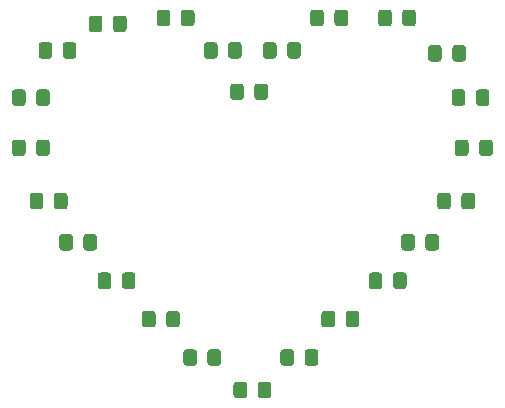
<source format=gbr>
%TF.GenerationSoftware,KiCad,Pcbnew,5.1.10*%
%TF.CreationDate,2021-05-22T09:13:01+02:00*%
%TF.ProjectId,Heart_NE555,48656172-745f-44e4-9535-35352e6b6963,rev?*%
%TF.SameCoordinates,Original*%
%TF.FileFunction,Soldermask,Top*%
%TF.FilePolarity,Negative*%
%FSLAX46Y46*%
G04 Gerber Fmt 4.6, Leading zero omitted, Abs format (unit mm)*
G04 Created by KiCad (PCBNEW 5.1.10) date 2021-05-22 09:13:01*
%MOMM*%
%LPD*%
G01*
G04 APERTURE LIST*
G04 APERTURE END LIST*
%TO.C,D15*%
G36*
G01*
X131975000Y-69200001D02*
X131975000Y-68299999D01*
G75*
G02*
X132224999Y-68050000I249999J0D01*
G01*
X132875001Y-68050000D01*
G75*
G02*
X133125000Y-68299999I0J-249999D01*
G01*
X133125000Y-69200001D01*
G75*
G02*
X132875001Y-69450000I-249999J0D01*
G01*
X132224999Y-69450000D01*
G75*
G02*
X131975000Y-69200001I0J249999D01*
G01*
G37*
G36*
G01*
X129925000Y-69200001D02*
X129925000Y-68299999D01*
G75*
G02*
X130174999Y-68050000I249999J0D01*
G01*
X130825001Y-68050000D01*
G75*
G02*
X131075000Y-68299999I0J-249999D01*
G01*
X131075000Y-69200001D01*
G75*
G02*
X130825001Y-69450000I-249999J0D01*
G01*
X130174999Y-69450000D01*
G75*
G02*
X129925000Y-69200001I0J249999D01*
G01*
G37*
%TD*%
%TO.C,D28*%
G36*
G01*
X121225000Y-97950001D02*
X121225000Y-97049999D01*
G75*
G02*
X121474999Y-96800000I249999J0D01*
G01*
X122125001Y-96800000D01*
G75*
G02*
X122375000Y-97049999I0J-249999D01*
G01*
X122375000Y-97950001D01*
G75*
G02*
X122125001Y-98200000I-249999J0D01*
G01*
X121474999Y-98200000D01*
G75*
G02*
X121225000Y-97950001I0J249999D01*
G01*
G37*
G36*
G01*
X119175000Y-97950001D02*
X119175000Y-97049999D01*
G75*
G02*
X119424999Y-96800000I249999J0D01*
G01*
X120075001Y-96800000D01*
G75*
G02*
X120325000Y-97049999I0J-249999D01*
G01*
X120325000Y-97950001D01*
G75*
G02*
X120075001Y-98200000I-249999J0D01*
G01*
X119424999Y-98200000D01*
G75*
G02*
X119175000Y-97950001I0J249999D01*
G01*
G37*
%TD*%
%TO.C,D27*%
G36*
G01*
X117725000Y-94700001D02*
X117725000Y-93799999D01*
G75*
G02*
X117974999Y-93550000I249999J0D01*
G01*
X118625001Y-93550000D01*
G75*
G02*
X118875000Y-93799999I0J-249999D01*
G01*
X118875000Y-94700001D01*
G75*
G02*
X118625001Y-94950000I-249999J0D01*
G01*
X117974999Y-94950000D01*
G75*
G02*
X117725000Y-94700001I0J249999D01*
G01*
G37*
G36*
G01*
X115675000Y-94700001D02*
X115675000Y-93799999D01*
G75*
G02*
X115924999Y-93550000I249999J0D01*
G01*
X116575001Y-93550000D01*
G75*
G02*
X116825000Y-93799999I0J-249999D01*
G01*
X116825000Y-94700001D01*
G75*
G02*
X116575001Y-94950000I-249999J0D01*
G01*
X115924999Y-94950000D01*
G75*
G02*
X115675000Y-94700001I0J249999D01*
G01*
G37*
%TD*%
%TO.C,D26*%
G36*
G01*
X113975000Y-91450001D02*
X113975000Y-90549999D01*
G75*
G02*
X114224999Y-90300000I249999J0D01*
G01*
X114875001Y-90300000D01*
G75*
G02*
X115125000Y-90549999I0J-249999D01*
G01*
X115125000Y-91450001D01*
G75*
G02*
X114875001Y-91700000I-249999J0D01*
G01*
X114224999Y-91700000D01*
G75*
G02*
X113975000Y-91450001I0J249999D01*
G01*
G37*
G36*
G01*
X111925000Y-91450001D02*
X111925000Y-90549999D01*
G75*
G02*
X112174999Y-90300000I249999J0D01*
G01*
X112825001Y-90300000D01*
G75*
G02*
X113075000Y-90549999I0J-249999D01*
G01*
X113075000Y-91450001D01*
G75*
G02*
X112825001Y-91700000I-249999J0D01*
G01*
X112174999Y-91700000D01*
G75*
G02*
X111925000Y-91450001I0J249999D01*
G01*
G37*
%TD*%
%TO.C,D25*%
G36*
G01*
X110725000Y-88200001D02*
X110725000Y-87299999D01*
G75*
G02*
X110974999Y-87050000I249999J0D01*
G01*
X111625001Y-87050000D01*
G75*
G02*
X111875000Y-87299999I0J-249999D01*
G01*
X111875000Y-88200001D01*
G75*
G02*
X111625001Y-88450000I-249999J0D01*
G01*
X110974999Y-88450000D01*
G75*
G02*
X110725000Y-88200001I0J249999D01*
G01*
G37*
G36*
G01*
X108675000Y-88200001D02*
X108675000Y-87299999D01*
G75*
G02*
X108924999Y-87050000I249999J0D01*
G01*
X109575001Y-87050000D01*
G75*
G02*
X109825000Y-87299999I0J-249999D01*
G01*
X109825000Y-88200001D01*
G75*
G02*
X109575001Y-88450000I-249999J0D01*
G01*
X108924999Y-88450000D01*
G75*
G02*
X108675000Y-88200001I0J249999D01*
G01*
G37*
%TD*%
%TO.C,D24*%
G36*
G01*
X108225000Y-84700001D02*
X108225000Y-83799999D01*
G75*
G02*
X108474999Y-83550000I249999J0D01*
G01*
X109125001Y-83550000D01*
G75*
G02*
X109375000Y-83799999I0J-249999D01*
G01*
X109375000Y-84700001D01*
G75*
G02*
X109125001Y-84950000I-249999J0D01*
G01*
X108474999Y-84950000D01*
G75*
G02*
X108225000Y-84700001I0J249999D01*
G01*
G37*
G36*
G01*
X106175000Y-84700001D02*
X106175000Y-83799999D01*
G75*
G02*
X106424999Y-83550000I249999J0D01*
G01*
X107075001Y-83550000D01*
G75*
G02*
X107325000Y-83799999I0J-249999D01*
G01*
X107325000Y-84700001D01*
G75*
G02*
X107075001Y-84950000I-249999J0D01*
G01*
X106424999Y-84950000D01*
G75*
G02*
X106175000Y-84700001I0J249999D01*
G01*
G37*
%TD*%
%TO.C,D23*%
G36*
G01*
X106725000Y-80200001D02*
X106725000Y-79299999D01*
G75*
G02*
X106974999Y-79050000I249999J0D01*
G01*
X107625001Y-79050000D01*
G75*
G02*
X107875000Y-79299999I0J-249999D01*
G01*
X107875000Y-80200001D01*
G75*
G02*
X107625001Y-80450000I-249999J0D01*
G01*
X106974999Y-80450000D01*
G75*
G02*
X106725000Y-80200001I0J249999D01*
G01*
G37*
G36*
G01*
X104675000Y-80200001D02*
X104675000Y-79299999D01*
G75*
G02*
X104924999Y-79050000I249999J0D01*
G01*
X105575001Y-79050000D01*
G75*
G02*
X105825000Y-79299999I0J-249999D01*
G01*
X105825000Y-80200001D01*
G75*
G02*
X105575001Y-80450000I-249999J0D01*
G01*
X104924999Y-80450000D01*
G75*
G02*
X104675000Y-80200001I0J249999D01*
G01*
G37*
%TD*%
%TO.C,D22*%
G36*
G01*
X106725000Y-75950001D02*
X106725000Y-75049999D01*
G75*
G02*
X106974999Y-74800000I249999J0D01*
G01*
X107625001Y-74800000D01*
G75*
G02*
X107875000Y-75049999I0J-249999D01*
G01*
X107875000Y-75950001D01*
G75*
G02*
X107625001Y-76200000I-249999J0D01*
G01*
X106974999Y-76200000D01*
G75*
G02*
X106725000Y-75950001I0J249999D01*
G01*
G37*
G36*
G01*
X104675000Y-75950001D02*
X104675000Y-75049999D01*
G75*
G02*
X104924999Y-74800000I249999J0D01*
G01*
X105575001Y-74800000D01*
G75*
G02*
X105825000Y-75049999I0J-249999D01*
G01*
X105825000Y-75950001D01*
G75*
G02*
X105575001Y-76200000I-249999J0D01*
G01*
X104924999Y-76200000D01*
G75*
G02*
X104675000Y-75950001I0J249999D01*
G01*
G37*
%TD*%
%TO.C,D21*%
G36*
G01*
X108975000Y-71950001D02*
X108975000Y-71049999D01*
G75*
G02*
X109224999Y-70800000I249999J0D01*
G01*
X109875001Y-70800000D01*
G75*
G02*
X110125000Y-71049999I0J-249999D01*
G01*
X110125000Y-71950001D01*
G75*
G02*
X109875001Y-72200000I-249999J0D01*
G01*
X109224999Y-72200000D01*
G75*
G02*
X108975000Y-71950001I0J249999D01*
G01*
G37*
G36*
G01*
X106925000Y-71950001D02*
X106925000Y-71049999D01*
G75*
G02*
X107174999Y-70800000I249999J0D01*
G01*
X107825001Y-70800000D01*
G75*
G02*
X108075000Y-71049999I0J-249999D01*
G01*
X108075000Y-71950001D01*
G75*
G02*
X107825001Y-72200000I-249999J0D01*
G01*
X107174999Y-72200000D01*
G75*
G02*
X106925000Y-71950001I0J249999D01*
G01*
G37*
%TD*%
%TO.C,D20*%
G36*
G01*
X113225000Y-69700001D02*
X113225000Y-68799999D01*
G75*
G02*
X113474999Y-68550000I249999J0D01*
G01*
X114125001Y-68550000D01*
G75*
G02*
X114375000Y-68799999I0J-249999D01*
G01*
X114375000Y-69700001D01*
G75*
G02*
X114125001Y-69950000I-249999J0D01*
G01*
X113474999Y-69950000D01*
G75*
G02*
X113225000Y-69700001I0J249999D01*
G01*
G37*
G36*
G01*
X111175000Y-69700001D02*
X111175000Y-68799999D01*
G75*
G02*
X111424999Y-68550000I249999J0D01*
G01*
X112075001Y-68550000D01*
G75*
G02*
X112325000Y-68799999I0J-249999D01*
G01*
X112325000Y-69700001D01*
G75*
G02*
X112075001Y-69950000I-249999J0D01*
G01*
X111424999Y-69950000D01*
G75*
G02*
X111175000Y-69700001I0J249999D01*
G01*
G37*
%TD*%
%TO.C,D19*%
G36*
G01*
X118975000Y-69200001D02*
X118975000Y-68299999D01*
G75*
G02*
X119224999Y-68050000I249999J0D01*
G01*
X119875001Y-68050000D01*
G75*
G02*
X120125000Y-68299999I0J-249999D01*
G01*
X120125000Y-69200001D01*
G75*
G02*
X119875001Y-69450000I-249999J0D01*
G01*
X119224999Y-69450000D01*
G75*
G02*
X118975000Y-69200001I0J249999D01*
G01*
G37*
G36*
G01*
X116925000Y-69200001D02*
X116925000Y-68299999D01*
G75*
G02*
X117174999Y-68050000I249999J0D01*
G01*
X117825001Y-68050000D01*
G75*
G02*
X118075000Y-68299999I0J-249999D01*
G01*
X118075000Y-69200001D01*
G75*
G02*
X117825001Y-69450000I-249999J0D01*
G01*
X117174999Y-69450000D01*
G75*
G02*
X116925000Y-69200001I0J249999D01*
G01*
G37*
%TD*%
%TO.C,D18*%
G36*
G01*
X122975000Y-71950001D02*
X122975000Y-71049999D01*
G75*
G02*
X123224999Y-70800000I249999J0D01*
G01*
X123875001Y-70800000D01*
G75*
G02*
X124125000Y-71049999I0J-249999D01*
G01*
X124125000Y-71950001D01*
G75*
G02*
X123875001Y-72200000I-249999J0D01*
G01*
X123224999Y-72200000D01*
G75*
G02*
X122975000Y-71950001I0J249999D01*
G01*
G37*
G36*
G01*
X120925000Y-71950001D02*
X120925000Y-71049999D01*
G75*
G02*
X121174999Y-70800000I249999J0D01*
G01*
X121825001Y-70800000D01*
G75*
G02*
X122075000Y-71049999I0J-249999D01*
G01*
X122075000Y-71950001D01*
G75*
G02*
X121825001Y-72200000I-249999J0D01*
G01*
X121174999Y-72200000D01*
G75*
G02*
X120925000Y-71950001I0J249999D01*
G01*
G37*
%TD*%
%TO.C,D17*%
G36*
G01*
X125200000Y-75450001D02*
X125200000Y-74549999D01*
G75*
G02*
X125449999Y-74300000I249999J0D01*
G01*
X126100001Y-74300000D01*
G75*
G02*
X126350000Y-74549999I0J-249999D01*
G01*
X126350000Y-75450001D01*
G75*
G02*
X126100001Y-75700000I-249999J0D01*
G01*
X125449999Y-75700000D01*
G75*
G02*
X125200000Y-75450001I0J249999D01*
G01*
G37*
G36*
G01*
X123150000Y-75450001D02*
X123150000Y-74549999D01*
G75*
G02*
X123399999Y-74300000I249999J0D01*
G01*
X124050001Y-74300000D01*
G75*
G02*
X124300000Y-74549999I0J-249999D01*
G01*
X124300000Y-75450001D01*
G75*
G02*
X124050001Y-75700000I-249999J0D01*
G01*
X123399999Y-75700000D01*
G75*
G02*
X123150000Y-75450001I0J249999D01*
G01*
G37*
%TD*%
%TO.C,D16*%
G36*
G01*
X127975000Y-71950001D02*
X127975000Y-71049999D01*
G75*
G02*
X128224999Y-70800000I249999J0D01*
G01*
X128875001Y-70800000D01*
G75*
G02*
X129125000Y-71049999I0J-249999D01*
G01*
X129125000Y-71950001D01*
G75*
G02*
X128875001Y-72200000I-249999J0D01*
G01*
X128224999Y-72200000D01*
G75*
G02*
X127975000Y-71950001I0J249999D01*
G01*
G37*
G36*
G01*
X125925000Y-71950001D02*
X125925000Y-71049999D01*
G75*
G02*
X126174999Y-70800000I249999J0D01*
G01*
X126825001Y-70800000D01*
G75*
G02*
X127075000Y-71049999I0J-249999D01*
G01*
X127075000Y-71950001D01*
G75*
G02*
X126825001Y-72200000I-249999J0D01*
G01*
X126174999Y-72200000D01*
G75*
G02*
X125925000Y-71950001I0J249999D01*
G01*
G37*
%TD*%
%TO.C,D14*%
G36*
G01*
X137725000Y-69200001D02*
X137725000Y-68299999D01*
G75*
G02*
X137974999Y-68050000I249999J0D01*
G01*
X138625001Y-68050000D01*
G75*
G02*
X138875000Y-68299999I0J-249999D01*
G01*
X138875000Y-69200001D01*
G75*
G02*
X138625001Y-69450000I-249999J0D01*
G01*
X137974999Y-69450000D01*
G75*
G02*
X137725000Y-69200001I0J249999D01*
G01*
G37*
G36*
G01*
X135675000Y-69200001D02*
X135675000Y-68299999D01*
G75*
G02*
X135924999Y-68050000I249999J0D01*
G01*
X136575001Y-68050000D01*
G75*
G02*
X136825000Y-68299999I0J-249999D01*
G01*
X136825000Y-69200001D01*
G75*
G02*
X136575001Y-69450000I-249999J0D01*
G01*
X135924999Y-69450000D01*
G75*
G02*
X135675000Y-69200001I0J249999D01*
G01*
G37*
%TD*%
%TO.C,D13*%
G36*
G01*
X141950000Y-72200001D02*
X141950000Y-71299999D01*
G75*
G02*
X142199999Y-71050000I249999J0D01*
G01*
X142850001Y-71050000D01*
G75*
G02*
X143100000Y-71299999I0J-249999D01*
G01*
X143100000Y-72200001D01*
G75*
G02*
X142850001Y-72450000I-249999J0D01*
G01*
X142199999Y-72450000D01*
G75*
G02*
X141950000Y-72200001I0J249999D01*
G01*
G37*
G36*
G01*
X139900000Y-72200001D02*
X139900000Y-71299999D01*
G75*
G02*
X140149999Y-71050000I249999J0D01*
G01*
X140800001Y-71050000D01*
G75*
G02*
X141050000Y-71299999I0J-249999D01*
G01*
X141050000Y-72200001D01*
G75*
G02*
X140800001Y-72450000I-249999J0D01*
G01*
X140149999Y-72450000D01*
G75*
G02*
X139900000Y-72200001I0J249999D01*
G01*
G37*
%TD*%
%TO.C,D12*%
G36*
G01*
X143950000Y-75950001D02*
X143950000Y-75049999D01*
G75*
G02*
X144199999Y-74800000I249999J0D01*
G01*
X144850001Y-74800000D01*
G75*
G02*
X145100000Y-75049999I0J-249999D01*
G01*
X145100000Y-75950001D01*
G75*
G02*
X144850001Y-76200000I-249999J0D01*
G01*
X144199999Y-76200000D01*
G75*
G02*
X143950000Y-75950001I0J249999D01*
G01*
G37*
G36*
G01*
X141900000Y-75950001D02*
X141900000Y-75049999D01*
G75*
G02*
X142149999Y-74800000I249999J0D01*
G01*
X142800001Y-74800000D01*
G75*
G02*
X143050000Y-75049999I0J-249999D01*
G01*
X143050000Y-75950001D01*
G75*
G02*
X142800001Y-76200000I-249999J0D01*
G01*
X142149999Y-76200000D01*
G75*
G02*
X141900000Y-75950001I0J249999D01*
G01*
G37*
%TD*%
%TO.C,D11*%
G36*
G01*
X144225000Y-80200001D02*
X144225000Y-79299999D01*
G75*
G02*
X144474999Y-79050000I249999J0D01*
G01*
X145125001Y-79050000D01*
G75*
G02*
X145375000Y-79299999I0J-249999D01*
G01*
X145375000Y-80200001D01*
G75*
G02*
X145125001Y-80450000I-249999J0D01*
G01*
X144474999Y-80450000D01*
G75*
G02*
X144225000Y-80200001I0J249999D01*
G01*
G37*
G36*
G01*
X142175000Y-80200001D02*
X142175000Y-79299999D01*
G75*
G02*
X142424999Y-79050000I249999J0D01*
G01*
X143075001Y-79050000D01*
G75*
G02*
X143325000Y-79299999I0J-249999D01*
G01*
X143325000Y-80200001D01*
G75*
G02*
X143075001Y-80450000I-249999J0D01*
G01*
X142424999Y-80450000D01*
G75*
G02*
X142175000Y-80200001I0J249999D01*
G01*
G37*
%TD*%
%TO.C,D10*%
G36*
G01*
X142725000Y-84700001D02*
X142725000Y-83799999D01*
G75*
G02*
X142974999Y-83550000I249999J0D01*
G01*
X143625001Y-83550000D01*
G75*
G02*
X143875000Y-83799999I0J-249999D01*
G01*
X143875000Y-84700001D01*
G75*
G02*
X143625001Y-84950000I-249999J0D01*
G01*
X142974999Y-84950000D01*
G75*
G02*
X142725000Y-84700001I0J249999D01*
G01*
G37*
G36*
G01*
X140675000Y-84700001D02*
X140675000Y-83799999D01*
G75*
G02*
X140924999Y-83550000I249999J0D01*
G01*
X141575001Y-83550000D01*
G75*
G02*
X141825000Y-83799999I0J-249999D01*
G01*
X141825000Y-84700001D01*
G75*
G02*
X141575001Y-84950000I-249999J0D01*
G01*
X140924999Y-84950000D01*
G75*
G02*
X140675000Y-84700001I0J249999D01*
G01*
G37*
%TD*%
%TO.C,D9*%
G36*
G01*
X139675000Y-88200001D02*
X139675000Y-87299999D01*
G75*
G02*
X139924999Y-87050000I249999J0D01*
G01*
X140575001Y-87050000D01*
G75*
G02*
X140825000Y-87299999I0J-249999D01*
G01*
X140825000Y-88200001D01*
G75*
G02*
X140575001Y-88450000I-249999J0D01*
G01*
X139924999Y-88450000D01*
G75*
G02*
X139675000Y-88200001I0J249999D01*
G01*
G37*
G36*
G01*
X137625000Y-88200001D02*
X137625000Y-87299999D01*
G75*
G02*
X137874999Y-87050000I249999J0D01*
G01*
X138525001Y-87050000D01*
G75*
G02*
X138775000Y-87299999I0J-249999D01*
G01*
X138775000Y-88200001D01*
G75*
G02*
X138525001Y-88450000I-249999J0D01*
G01*
X137874999Y-88450000D01*
G75*
G02*
X137625000Y-88200001I0J249999D01*
G01*
G37*
%TD*%
%TO.C,D8*%
G36*
G01*
X136925000Y-91450001D02*
X136925000Y-90549999D01*
G75*
G02*
X137174999Y-90300000I249999J0D01*
G01*
X137825001Y-90300000D01*
G75*
G02*
X138075000Y-90549999I0J-249999D01*
G01*
X138075000Y-91450001D01*
G75*
G02*
X137825001Y-91700000I-249999J0D01*
G01*
X137174999Y-91700000D01*
G75*
G02*
X136925000Y-91450001I0J249999D01*
G01*
G37*
G36*
G01*
X134875000Y-91450001D02*
X134875000Y-90549999D01*
G75*
G02*
X135124999Y-90300000I249999J0D01*
G01*
X135775001Y-90300000D01*
G75*
G02*
X136025000Y-90549999I0J-249999D01*
G01*
X136025000Y-91450001D01*
G75*
G02*
X135775001Y-91700000I-249999J0D01*
G01*
X135124999Y-91700000D01*
G75*
G02*
X134875000Y-91450001I0J249999D01*
G01*
G37*
%TD*%
%TO.C,D7*%
G36*
G01*
X132925000Y-94700001D02*
X132925000Y-93799999D01*
G75*
G02*
X133174999Y-93550000I249999J0D01*
G01*
X133825001Y-93550000D01*
G75*
G02*
X134075000Y-93799999I0J-249999D01*
G01*
X134075000Y-94700001D01*
G75*
G02*
X133825001Y-94950000I-249999J0D01*
G01*
X133174999Y-94950000D01*
G75*
G02*
X132925000Y-94700001I0J249999D01*
G01*
G37*
G36*
G01*
X130875000Y-94700001D02*
X130875000Y-93799999D01*
G75*
G02*
X131124999Y-93550000I249999J0D01*
G01*
X131775001Y-93550000D01*
G75*
G02*
X132025000Y-93799999I0J-249999D01*
G01*
X132025000Y-94700001D01*
G75*
G02*
X131775001Y-94950000I-249999J0D01*
G01*
X131124999Y-94950000D01*
G75*
G02*
X130875000Y-94700001I0J249999D01*
G01*
G37*
%TD*%
%TO.C,D6*%
G36*
G01*
X129450000Y-97950001D02*
X129450000Y-97049999D01*
G75*
G02*
X129699999Y-96800000I249999J0D01*
G01*
X130350001Y-96800000D01*
G75*
G02*
X130600000Y-97049999I0J-249999D01*
G01*
X130600000Y-97950001D01*
G75*
G02*
X130350001Y-98200000I-249999J0D01*
G01*
X129699999Y-98200000D01*
G75*
G02*
X129450000Y-97950001I0J249999D01*
G01*
G37*
G36*
G01*
X127400000Y-97950001D02*
X127400000Y-97049999D01*
G75*
G02*
X127649999Y-96800000I249999J0D01*
G01*
X128300001Y-96800000D01*
G75*
G02*
X128550000Y-97049999I0J-249999D01*
G01*
X128550000Y-97950001D01*
G75*
G02*
X128300001Y-98200000I-249999J0D01*
G01*
X127649999Y-98200000D01*
G75*
G02*
X127400000Y-97950001I0J249999D01*
G01*
G37*
%TD*%
%TO.C,D5*%
G36*
G01*
X125475000Y-100700001D02*
X125475000Y-99799999D01*
G75*
G02*
X125724999Y-99550000I249999J0D01*
G01*
X126375001Y-99550000D01*
G75*
G02*
X126625000Y-99799999I0J-249999D01*
G01*
X126625000Y-100700001D01*
G75*
G02*
X126375001Y-100950000I-249999J0D01*
G01*
X125724999Y-100950000D01*
G75*
G02*
X125475000Y-100700001I0J249999D01*
G01*
G37*
G36*
G01*
X123425000Y-100700001D02*
X123425000Y-99799999D01*
G75*
G02*
X123674999Y-99550000I249999J0D01*
G01*
X124325001Y-99550000D01*
G75*
G02*
X124575000Y-99799999I0J-249999D01*
G01*
X124575000Y-100700001D01*
G75*
G02*
X124325001Y-100950000I-249999J0D01*
G01*
X123674999Y-100950000D01*
G75*
G02*
X123425000Y-100700001I0J249999D01*
G01*
G37*
%TD*%
M02*

</source>
